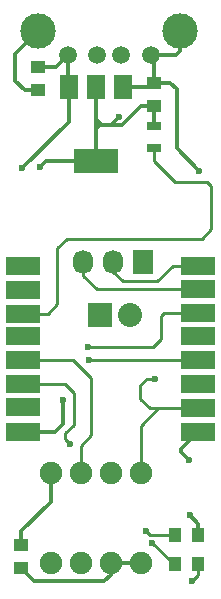
<source format=gbr>
G04 #@! TF.FileFunction,Copper,L1,Top,Signal*
%FSLAX46Y46*%
G04 Gerber Fmt 4.6, Leading zero omitted, Abs format (unit mm)*
G04 Created by KiCad (PCBNEW 4.0.4-stable) date 12/12/16 19:20:19*
%MOMM*%
%LPD*%
G01*
G04 APERTURE LIST*
%ADD10C,0.100000*%
%ADD11R,3.000000X1.500000*%
%ADD12C,1.501140*%
%ADD13C,2.999740*%
%ADD14R,3.800000X2.000000*%
%ADD15R,1.500000X2.000000*%
%ADD16R,1.250000X1.000000*%
%ADD17C,1.905000*%
%ADD18R,1.000000X1.250000*%
%ADD19R,2.032000X2.032000*%
%ADD20O,2.032000X2.032000*%
%ADD21R,1.727200X2.032000*%
%ADD22O,1.727200X2.032000*%
%ADD23R,1.300000X0.700000*%
%ADD24C,0.600000*%
%ADD25C,0.300000*%
%ADD26C,0.250000*%
G04 APERTURE END LIST*
D10*
D11*
X158300000Y-91347400D03*
X158300000Y-89315400D03*
X158300000Y-87232600D03*
X158300000Y-85251400D03*
X158300000Y-83219400D03*
X158300000Y-81238200D03*
X158300000Y-79231600D03*
X143500000Y-91309300D03*
X143500000Y-89226500D03*
X143500000Y-87245300D03*
X143500000Y-85226000D03*
X143500000Y-83194000D03*
X143500000Y-81289000D03*
X143500000Y-79257000D03*
X143500000Y-77225000D03*
X158300000Y-77225000D03*
D12*
X154300000Y-59400000D03*
X151800000Y-59400000D03*
X149800000Y-59400000D03*
X147300000Y-59400000D03*
D13*
X156800000Y-57400000D03*
X144800000Y-57400000D03*
D14*
X149675000Y-68400000D03*
D15*
X149675000Y-62100000D03*
X147375000Y-62100000D03*
X151975000Y-62100000D03*
D16*
X144775000Y-60375000D03*
X144775000Y-62375000D03*
D17*
X145840000Y-102435000D03*
X148380000Y-102435000D03*
X150920000Y-102435000D03*
X153460000Y-102435000D03*
X153460000Y-94815000D03*
X150920000Y-94815000D03*
X148380000Y-94815000D03*
X145840000Y-94815000D03*
D18*
X156350000Y-102500000D03*
X158350000Y-102500000D03*
D16*
X154575000Y-63750000D03*
X154575000Y-61750000D03*
D18*
X158350000Y-100050000D03*
X156350000Y-100050000D03*
D16*
X143350000Y-102850000D03*
X143350000Y-100850000D03*
D19*
X149980000Y-81400000D03*
D20*
X152520000Y-81400000D03*
D21*
X153660000Y-76960000D03*
D22*
X151120000Y-76960000D03*
X148580000Y-76960000D03*
D23*
X154575000Y-67275000D03*
X154575000Y-65375000D03*
D24*
X157600000Y-98350000D03*
X157575000Y-93700000D03*
X158400000Y-69200000D03*
X154450000Y-100700000D03*
X144925000Y-68925000D03*
X146850000Y-88590000D03*
X151600000Y-64680000D03*
X157850000Y-103950000D03*
X154700000Y-86800000D03*
X149000000Y-84100000D03*
X149090000Y-85220000D03*
X147500000Y-92350000D03*
X143425000Y-69000000D03*
X153900000Y-99700000D03*
D25*
X144475000Y-103925000D02*
X144425000Y-103925000D01*
X150050000Y-103925000D02*
X144475000Y-103925000D01*
X144425000Y-103925000D02*
X143350000Y-102850000D01*
X158350000Y-100050000D02*
X158350000Y-99100000D01*
X158350000Y-99100000D02*
X157600000Y-98350000D01*
X150920000Y-102435000D02*
X153460000Y-102435000D01*
X150050000Y-103925000D02*
X150400000Y-103925000D01*
X150920000Y-103405000D02*
X150920000Y-102435000D01*
X150400000Y-103925000D02*
X150920000Y-103405000D01*
X150050000Y-103925000D02*
X150100000Y-103925000D01*
X158014400Y-91410000D02*
X158077000Y-91347400D01*
X155950000Y-61750000D02*
X154575000Y-61750000D01*
X154300000Y-59400000D02*
X156425000Y-59400000D01*
X156800000Y-59025000D02*
X156800000Y-57400000D01*
X156425000Y-59400000D02*
X156800000Y-59025000D01*
X154575000Y-61750000D02*
X154575000Y-59675000D01*
X154575000Y-59675000D02*
X154300000Y-59400000D01*
X151975000Y-62100000D02*
X154225000Y-62100000D01*
X154225000Y-62100000D02*
X154575000Y-61750000D01*
X144775000Y-62375000D02*
X143650000Y-62375000D01*
X142850000Y-59350000D02*
X144800000Y-57400000D01*
X142850000Y-61575000D02*
X142850000Y-59350000D01*
X143650000Y-62375000D02*
X142850000Y-61575000D01*
X158077000Y-91347400D02*
X158077000Y-91573000D01*
X158077000Y-91573000D02*
X156875000Y-92775000D01*
X156875000Y-92775000D02*
X156875000Y-93000000D01*
X156875000Y-93000000D02*
X157575000Y-93700000D01*
X156500000Y-62300000D02*
X155950000Y-61750000D01*
X156500000Y-67300000D02*
X156500000Y-62300000D01*
X158400000Y-69200000D02*
X156500000Y-67300000D01*
D26*
X154450000Y-100700000D02*
X156250000Y-102500000D01*
X156350000Y-102500000D02*
X156250000Y-102500000D01*
D25*
X149675000Y-68400000D02*
X145450000Y-68400000D01*
X145450000Y-68400000D02*
X144925000Y-68925000D01*
X146210700Y-91309300D02*
X146850000Y-90670000D01*
X146210700Y-91309300D02*
X144038900Y-91309300D01*
X146850000Y-90670000D02*
X146850000Y-88590000D01*
X151600000Y-64680000D02*
X150930000Y-65350000D01*
X149675000Y-65775000D02*
X149675000Y-65675000D01*
X149675000Y-65675000D02*
X150000000Y-65350000D01*
X150000000Y-65350000D02*
X150000000Y-65200000D01*
X150000000Y-65200000D02*
X149675000Y-64875000D01*
X151900000Y-65350000D02*
X150900000Y-65350000D01*
X150900000Y-65350000D02*
X150000000Y-65350000D01*
X150000000Y-65350000D02*
X149675000Y-65350000D01*
X149675000Y-62100000D02*
X149675000Y-64875000D01*
X149675000Y-64875000D02*
X149675000Y-65350000D01*
X149675000Y-65350000D02*
X149675000Y-65775000D01*
X149675000Y-65775000D02*
X149675000Y-68400000D01*
X154575000Y-63750000D02*
X153500000Y-63750000D01*
X153500000Y-63750000D02*
X151900000Y-65350000D01*
X154575000Y-65375000D02*
X154575000Y-63750000D01*
D26*
X158350000Y-103450000D02*
X158350000Y-102500000D01*
X157850000Y-103950000D02*
X158350000Y-103450000D01*
X151120000Y-76960000D02*
X151120000Y-77740000D01*
X151120000Y-77740000D02*
X151940000Y-78560000D01*
X151940000Y-78560000D02*
X154870000Y-78560000D01*
X154870000Y-78560000D02*
X156205000Y-77225000D01*
X156205000Y-77225000D02*
X157950000Y-77225000D01*
X148580000Y-76960000D02*
X148580000Y-78070000D01*
X149741600Y-79231600D02*
X157950000Y-79231600D01*
X148580000Y-78070000D02*
X149741600Y-79231600D01*
X143950000Y-81289000D02*
X145591000Y-81289000D01*
X145591000Y-81289000D02*
X146410000Y-80470000D01*
X146410000Y-80470000D02*
X146410000Y-75740000D01*
X146410000Y-75740000D02*
X147210000Y-74940000D01*
X147210000Y-74940000D02*
X158660000Y-74940000D01*
X158660000Y-74940000D02*
X159425000Y-74175000D01*
X154575000Y-68350000D02*
X154575000Y-67275000D01*
X159425000Y-74175000D02*
X159425000Y-70450000D01*
X159425000Y-70450000D02*
X159100000Y-70125000D01*
X159100000Y-70125000D02*
X156350000Y-70125000D01*
X156350000Y-70125000D02*
X154575000Y-68350000D01*
X155000000Y-89315400D02*
X154265400Y-89315400D01*
X154000000Y-86800000D02*
X154700000Y-86800000D01*
X153450000Y-87350000D02*
X154000000Y-86800000D01*
X153450000Y-88500000D02*
X153450000Y-87350000D01*
X154265400Y-89315400D02*
X153450000Y-88500000D01*
X153460000Y-94815000D02*
X153460000Y-90790000D01*
X154934600Y-89315400D02*
X155000000Y-89315400D01*
X155000000Y-89315400D02*
X158026200Y-89315400D01*
X153460000Y-90790000D02*
X154934600Y-89315400D01*
X153460000Y-94815000D02*
X153325000Y-94815000D01*
X153460000Y-94815000D02*
X153460000Y-94660000D01*
X155451800Y-81238200D02*
X157975400Y-81238200D01*
X155160000Y-81530000D02*
X155451800Y-81238200D01*
X155160000Y-83480000D02*
X155160000Y-81530000D01*
X154540000Y-84100000D02*
X155160000Y-83480000D01*
X149000000Y-84100000D02*
X154540000Y-84100000D01*
X149090000Y-85220000D02*
X149121400Y-85251400D01*
X149121400Y-85251400D02*
X157975400Y-85251400D01*
X147500000Y-92350000D02*
X147100000Y-91950000D01*
X147100000Y-91950000D02*
X147100000Y-91400000D01*
X147100000Y-91400000D02*
X147800000Y-90700000D01*
X147800000Y-90700000D02*
X147800000Y-88000000D01*
X147800000Y-88000000D02*
X147045300Y-87245300D01*
X147045300Y-87245300D02*
X143962700Y-87245300D01*
X144365300Y-87245300D02*
X143962700Y-87245300D01*
X144295300Y-87245300D02*
X143962700Y-87245300D01*
X148380000Y-94815000D02*
X148380000Y-92520000D01*
X147776000Y-85226000D02*
X143950000Y-85226000D01*
X149300000Y-86750000D02*
X147776000Y-85226000D01*
X149300000Y-91600000D02*
X149300000Y-86750000D01*
X148380000Y-92520000D02*
X149300000Y-91600000D01*
D25*
X147375000Y-65050000D02*
X143425000Y-69000000D01*
X147375000Y-62100000D02*
X147375000Y-65050000D01*
X145840000Y-97100000D02*
X145840000Y-97210000D01*
X143350000Y-99700000D02*
X143350000Y-100850000D01*
X145840000Y-97210000D02*
X143350000Y-99700000D01*
X145840000Y-97160000D02*
X145840000Y-97100000D01*
X145840000Y-97100000D02*
X145840000Y-94815000D01*
X145865000Y-94965000D02*
X145735000Y-94965000D01*
X147375000Y-62100000D02*
X147375000Y-62800000D01*
X144775000Y-60375000D02*
X146325000Y-60375000D01*
X146325000Y-60375000D02*
X147300000Y-59400000D01*
X147300000Y-59400000D02*
X147300000Y-62025000D01*
X147300000Y-62025000D02*
X147375000Y-62100000D01*
D26*
X154250000Y-100050000D02*
X153900000Y-99700000D01*
X156350000Y-100050000D02*
X154250000Y-100050000D01*
M02*

</source>
